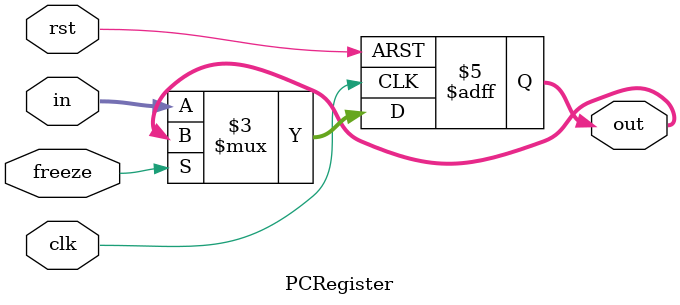
<source format=v>

module PCRegister (clk,
                   rst,
                   in,
                   freeze,
                   out);
    input clk, rst;
    input [31:0] in;
    input freeze;
    output reg [31:0] out;
    always @(posedge clk or posedge rst) begin
        if (rst) begin
            out <= 32'b0;
        end
        else begin
            if (~freeze) begin
                out <= in;
            end
        end
    end
endmodule

</source>
